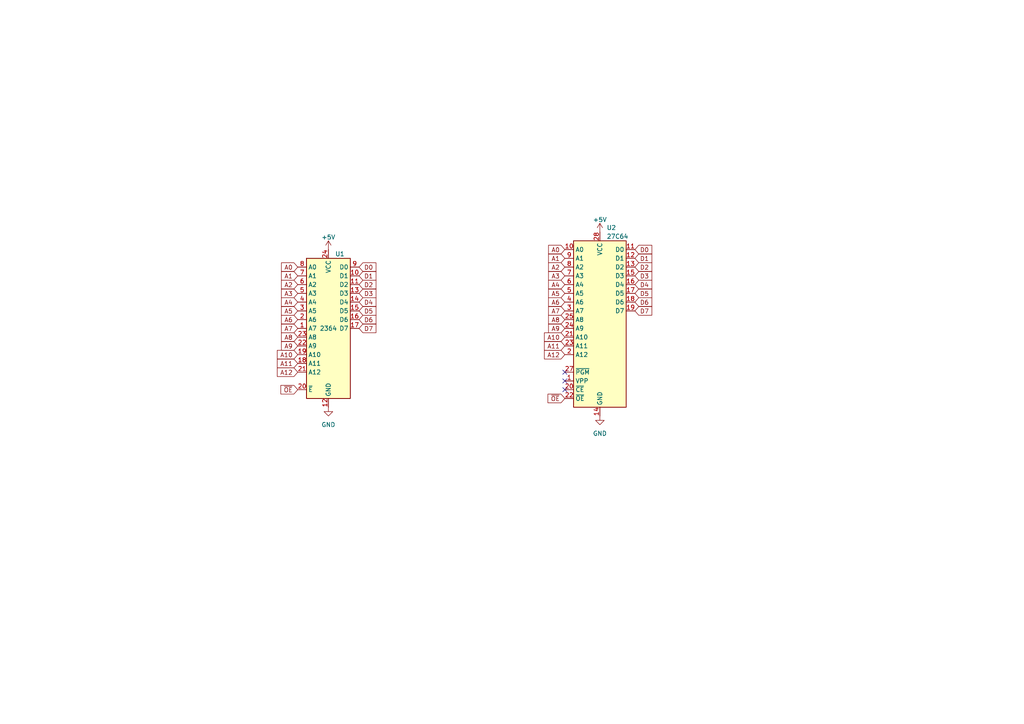
<source format=kicad_sch>
(kicad_sch (version 20230121) (generator eeschema)
  (paper "A4")
  (lib_symbols
    (symbol "Masked_Rom:2364"
      (property "Reference" "U" (at 0 0 0))
      (symbol "2364_0_1"
        (rectangle (start -6.35 20.32) (end 6.35 -20.32) (stroke (width 0.254)) (fill (type background)))
      )
      (symbol "2364_1_1"
        (pin input line (at -8.89 0 0) (length 2.54) (name "A7") (number "1"))
        (pin tri_state line (at 8.89 15.24 180) (length 2.54) (name "D1") (number "10"))
        (pin tri_state line (at 8.89 12.7 180) (length 2.54) (name "D2") (number "11"))
        (pin power_in line (at 0 -22.86 90) (length 2.54) (name "GND") (number "12"))
        (pin tri_state line (at 8.89 10.16 180) (length 2.54) (name "D3") (number "13"))
        (pin tri_state line (at 8.89 7.62 180) (length 2.54) (name "D4") (number "14"))
        (pin tri_state line (at 8.89 5.08 180) (length 2.54) (name "D5") (number "15"))
        (pin tri_state line (at 8.89 2.54 180) (length 2.54) (name "D6") (number "16"))
        (pin tri_state line (at 8.89 0 180) (length 2.54) (name "D7") (number "17"))
        (pin input line (at -8.89 -10.16 0) (length 2.54) (name "A11") (number "18"))
        (pin input line (at -8.89 -7.62 0) (length 2.54) (name "A10") (number "19"))
        (pin input line (at -8.89 2.54 0) (length 2.54) (name "A6") (number "2"))
        (pin input line (at -8.89 -17.78 0) (length 2.54) (name "~{E}") (number "20"))
        (pin input line (at -8.89 -12.7 0) (length 2.54) (name "A12") (number "21"))
        (pin input line (at -8.89 -5.08 0) (length 2.54) (name "A9") (number "22"))
        (pin input line (at -8.89 -2.54 0) (length 2.54) (name "A8") (number "23"))
        (pin power_in line (at 0 22.86 270) (length 2.54) (name "VCC") (number "24"))
        (pin input line (at -8.89 5.08 0) (length 2.54) (name "A5") (number "3"))
        (pin input line (at -8.89 7.62 0) (length 2.54) (name "A4") (number "4"))
        (pin input line (at -8.89 10.16 0) (length 2.54) (name "A3") (number "5"))
        (pin input line (at -8.89 12.7 0) (length 2.54) (name "A2") (number "6"))
        (pin input line (at -8.89 15.24 0) (length 2.54) (name "A1") (number "7"))
        (pin input line (at -8.89 17.78 0) (length 2.54) (name "A0") (number "8"))
        (pin tri_state line (at 8.89 17.78 180) (length 2.54) (name "D0") (number "9"))
      )
    )
    (symbol "Memory_EPROM:27C64"
      (property "Reference" "U" (at -7.62 24.13 0))
      (property "Value" "27C64" (at 2.54 -26.67 0))
      (symbol "27C64_1_1"
        (rectangle (start -7.62 22.86) (end 7.62 -25.4) (stroke (width 0.254)) (fill (type background)))
        (pin input line (at -10.16 -17.78 0) (length 2.54) (name "VPP") (number "1"))
        (pin input line (at -10.16 20.32 0) (length 2.54) (name "A0") (number "10"))
        (pin tri_state line (at 10.16 20.32 180) (length 2.54) (name "D0") (number "11"))
        (pin tri_state line (at 10.16 17.78 180) (length 2.54) (name "D1") (number "12"))
        (pin tri_state line (at 10.16 15.24 180) (length 2.54) (name "D2") (number "13"))
        (pin power_in line (at 0 -27.94 90) (length 2.54) (name "GND") (number "14"))
        (pin tri_state line (at 10.16 12.7 180) (length 2.54) (name "D3") (number "15"))
        (pin tri_state line (at 10.16 10.16 180) (length 2.54) (name "D4") (number "16"))
        (pin tri_state line (at 10.16 7.62 180) (length 2.54) (name "D5") (number "17"))
        (pin tri_state line (at 10.16 5.08 180) (length 2.54) (name "D6") (number "18"))
        (pin tri_state line (at 10.16 2.54 180) (length 2.54) (name "D7") (number "19"))
        (pin input line (at -10.16 -10.16 0) (length 2.54) (name "A12") (number "2"))
        (pin input line (at -10.16 -20.32 0) (length 2.54) (name "~{CE}") (number "20"))
        (pin input line (at -10.16 -5.08 0) (length 2.54) (name "A10") (number "21"))
        (pin input line (at -10.16 -22.86 0) (length 2.54) (name "~{OE}") (number "22"))
        (pin input line (at -10.16 -7.62 0) (length 2.54) (name "A11") (number "23"))
        (pin input line (at -10.16 -2.54 0) (length 2.54) (name "A9") (number "24"))
        (pin input line (at -10.16 0 0) (length 2.54) (name "A8") (number "25"))
        (pin no_connect line (at 7.62 0 180) (length 2.54) hide (name "NC") (number "26"))
        (pin input line (at -10.16 -15.24 0) (length 2.54) (name "~{PGM}") (number "27"))
        (pin power_in line (at 0 25.4 270) (length 2.54) (name "VCC") (number "28"))
        (pin input line (at -10.16 2.54 0) (length 2.54) (name "A7") (number "3"))
        (pin input line (at -10.16 5.08 0) (length 2.54) (name "A6") (number "4"))
        (pin input line (at -10.16 7.62 0) (length 2.54) (name "A5") (number "5"))
        (pin input line (at -10.16 10.16 0) (length 2.54) (name "A4") (number "6"))
        (pin input line (at -10.16 12.7 0) (length 2.54) (name "A3") (number "7"))
        (pin input line (at -10.16 15.24 0) (length 2.54) (name "A2") (number "8"))
        (pin input line (at -10.16 17.78 0) (length 2.54) (name "A1") (number "9"))
      )
    )
    (symbol "power:+5V" (power) (pin_names (offset 0))
      (property "Value" "+5V" (at 0 3.556 0))
      (symbol "+5V_0_1"
        (polyline (pts (xy -0.762 1.27) (xy 0 2.54)))
        (polyline (pts (xy 0 0) (xy 0 2.54)))
        (polyline (pts (xy 0 2.54) (xy 0.762 1.27)))
      )
      (symbol "+5V_1_1"
        (pin power_in line (at 0 0 90) (length 0) hide (name "+5V") (number "1"))
      )
    )
    (symbol "power:GND" (power) (pin_names (offset 0))
      (property "Value" "GND" (at 0 -3.81 0))
      (symbol "GND_0_1"
        (polyline (pts (xy 0 0) (xy 0 -1.27) (xy 1.27 -1.27) (xy 0 -2.54) (xy -1.27 -1.27) (xy 0 -1.27)))
      )
      (symbol "GND_1_1"
        (pin power_in line (at 0 0 270) (length 0) hide (name "GND") (number "1"))
      )
    )
  )
  (no_connect (at 163.83 113.03))
  (no_connect (at 163.83 110.49))
  (no_connect (at 163.83 107.95))
  (global_label "D4" (shape input) (at 104.14 87.63 0) (property "Intersheetrefs" "${INTERSHEET_REFS}" (effects hide)))
  (global_label "D5" (shape input) (at 104.14 90.17 0) (property "Intersheetrefs" "${INTERSHEET_REFS}" (effects hide)))
  (global_label "D3" (shape input) (at 104.14 85.09 0) (property "Intersheetrefs" "${INTERSHEET_REFS}" (effects hide)))
  (global_label "D2" (shape input) (at 104.14 82.55 0) (property "Intersheetrefs" "${INTERSHEET_REFS}" (effects hide)))
  (global_label "D6" (shape input) (at 104.14 92.71 0) (property "Intersheetrefs" "${INTERSHEET_REFS}" (effects hide)))
  (global_label "D7" (shape input) (at 104.14 95.25 0) (property "Intersheetrefs" "${INTERSHEET_REFS}" (effects hide)))
  (global_label "A11" (shape input) (at 86.36 105.41 180) (property "Intersheetrefs" "${INTERSHEET_REFS}" (effects hide)))
  (global_label "A10" (shape input) (at 163.83 97.79 180) (property "Intersheetrefs" "${INTERSHEET_REFS}" (effects hide)))
  (global_label "~{OE}" (shape input) (at 163.83 115.57 180) (property "Intersheetrefs" "${INTERSHEET_REFS}" (effects hide)))
  (global_label "D0" (shape input) (at 104.14 77.47 0) (property "Intersheetrefs" "${INTERSHEET_REFS}" (effects hide)))
  (global_label "A12" (shape input) (at 86.36 107.95 180) (property "Intersheetrefs" "${INTERSHEET_REFS}" (effects hide)))
  (global_label "A11" (shape input) (at 163.83 100.33 180) (property "Intersheetrefs" "${INTERSHEET_REFS}" (effects hide)))
  (global_label "A6" (shape input) (at 163.83 87.63 180) (property "Intersheetrefs" "${INTERSHEET_REFS}" (effects hide)))
  (global_label "A4" (shape input) (at 163.83 82.55 180) (property "Intersheetrefs" "${INTERSHEET_REFS}" (effects hide)))
  (global_label "A10" (shape input) (at 86.36 102.87 180) (property "Intersheetrefs" "${INTERSHEET_REFS}" (effects hide)))
  (global_label "A5" (shape input) (at 86.36 90.17 180) (property "Intersheetrefs" "${INTERSHEET_REFS}" (effects hide)))
  (global_label "D6" (shape input) (at 184.15 87.63 0) (property "Intersheetrefs" "${INTERSHEET_REFS}" (effects hide)))
  (global_label "D1" (shape input) (at 184.15 74.93 0) (property "Intersheetrefs" "${INTERSHEET_REFS}" (effects hide)))
  (global_label "D7" (shape input) (at 184.15 90.17 0) (property "Intersheetrefs" "${INTERSHEET_REFS}" (effects hide)))
  (global_label "A5" (shape input) (at 163.83 85.09 180) (property "Intersheetrefs" "${INTERSHEET_REFS}" (effects hide)))
  (global_label "D1" (shape input) (at 104.14 80.01 0) (property "Intersheetrefs" "${INTERSHEET_REFS}" (effects hide)))
  (global_label "A0" (shape input) (at 86.36 77.47 180) (property "Intersheetrefs" "${INTERSHEET_REFS}" (effects hide)))
  (global_label "A8" (shape input) (at 163.83 92.71 180) (property "Intersheetrefs" "${INTERSHEET_REFS}" (effects hide)))
  (global_label "A7" (shape input) (at 163.83 90.17 180) (property "Intersheetrefs" "${INTERSHEET_REFS}" (effects hide)))
  (global_label "A3" (shape input) (at 163.83 80.01 180) (property "Intersheetrefs" "${INTERSHEET_REFS}" (effects hide)))
  (global_label "A2" (shape input) (at 86.36 82.55 180) (property "Intersheetrefs" "${INTERSHEET_REFS}" (effects hide)))
  (global_label "A0" (shape input) (at 163.83 72.39 180) (property "Intersheetrefs" "${INTERSHEET_REFS}" (effects hide)))
  (global_label "A9" (shape input) (at 163.83 95.25 180) (property "Intersheetrefs" "${INTERSHEET_REFS}" (effects hide)))
  (global_label "D5" (shape input) (at 184.15 85.09 0) (property "Intersheetrefs" "${INTERSHEET_REFS}" (effects hide)))
  (global_label "D2" (shape input) (at 184.15 77.47 0) (property "Intersheetrefs" "${INTERSHEET_REFS}" (effects hide)))
  (global_label "A3" (shape input) (at 86.36 85.09 180) (property "Intersheetrefs" "${INTERSHEET_REFS}" (effects hide)))
  (global_label "A9" (shape input) (at 86.36 100.33 180) (property "Intersheetrefs" "${INTERSHEET_REFS}" (effects hide)))
  (global_label "A1" (shape input) (at 163.83 74.93 180) (property "Intersheetrefs" "${INTERSHEET_REFS}" (effects hide)))
  (global_label "A7" (shape input) (at 86.36 95.25 180) (property "Intersheetrefs" "${INTERSHEET_REFS}" (effects hide)))
  (global_label "D0" (shape input) (at 184.15 72.39 0) (property "Intersheetrefs" "${INTERSHEET_REFS}" (effects hide)))
  (global_label "A1" (shape input) (at 86.36 80.01 180) (property "Intersheetrefs" "${INTERSHEET_REFS}" (effects hide)))
  (global_label "A12" (shape input) (at 163.83 102.87 180) (property "Intersheetrefs" "${INTERSHEET_REFS}" (effects hide)))
  (global_label "~{OE}" (shape input) (at 86.36 113.03 180) (property "Intersheetrefs" "${INTERSHEET_REFS}" (effects hide)))
  (global_label "D4" (shape input) (at 184.15 82.55 0) (property "Intersheetrefs" "${INTERSHEET_REFS}" (effects hide)))
  (global_label "D3" (shape input) (at 184.15 80.01 0) (property "Intersheetrefs" "${INTERSHEET_REFS}" (effects hide)))
  (global_label "A8" (shape input) (at 86.36 97.79 180) (property "Intersheetrefs" "${INTERSHEET_REFS}" (effects hide)))
  (global_label "A2" (shape input) (at 163.83 77.47 180) (property "Intersheetrefs" "${INTERSHEET_REFS}" (effects hide)))
  (global_label "A4" (shape input) (at 86.36 87.63 180) (property "Intersheetrefs" "${INTERSHEET_REFS}" (effects hide)))
  (global_label "A6" (shape input) (at 86.36 92.71 180) (property "Intersheetrefs" "${INTERSHEET_REFS}" (effects hide)))
  (symbol (lib_id "Memory_EPROM:27C64") (at 173.99 92.71 0) (unit 1)
    (property "Reference" "U2" (at 175.9459 66.04 0) (effects (justify left)))
    (property "Value" "27C64" (at 175.9459 68.58 0) (effects (justify left)))
    (property "Footprint" "Package_DIP:DIP-28_W15.24mm_Socket" (effects hide))
    (property "Datasheet" "http://ww1.microchip.com/downloads/en/DeviceDoc/11107M.pdf" (effects hide))
  )
  (symbol (lib_id "power:GND") (at 95.25 118.11 0) (unit 1)
    (property "Reference" "#PWR03" (effects hide))
    (property "Value" "GND" (at 95.25 123.19 0))
  )
  (symbol (lib_id "power:GND") (at 173.99 120.65 0) (unit 1)
    (property "Reference" "#PWR04" (effects hide))
    (property "Value" "GND" (at 173.99 125.73 0))
  )
  (symbol (lib_id "Masked_Rom:2364") (at 95.25 95.25 0) (unit 1)
    (property "Reference" "U1" (at 97.2059 73.66 0) (effects (justify left)))
    (property "Value" "2364" (at 95.25 95.25 0))
    (property "Footprint" "Package_DIP:DIP-24_W15.24mm" (effects hide))
  )
  (symbol (lib_id "power:+5V") (at 95.25 72.39 0) (unit 1)
    (property "Reference" "#PWR01" (effects hide))
    (property "Value" "+5V" (at 95.25 68.8097 0))
  )
  (symbol (lib_id "power:+5V") (at 173.99 67.31 0) (unit 1)
    (property "Reference" "#PWR02" (effects hide))
    (property "Value" "+5V" (at 173.99 63.7297 0))
  )
)
</source>
